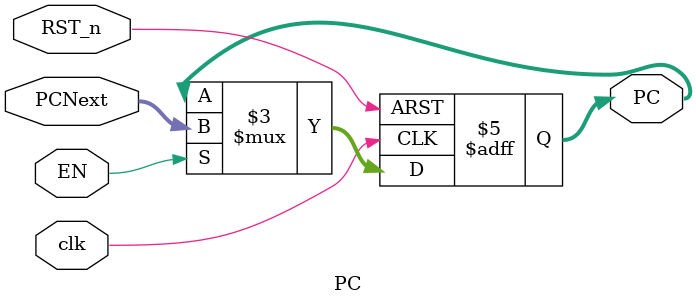
<source format=v>
module PC (
	input clk, RST_n, EN,
	input [31:0] PCNext,
	output reg [31:0] PC
);

	always @(posedge clk or negedge RST_n) begin
		if(~RST_n)
			PC <= 32'b0;
		else
			if(EN)
				PC <= PCNext;
	end
	
endmodule

</source>
